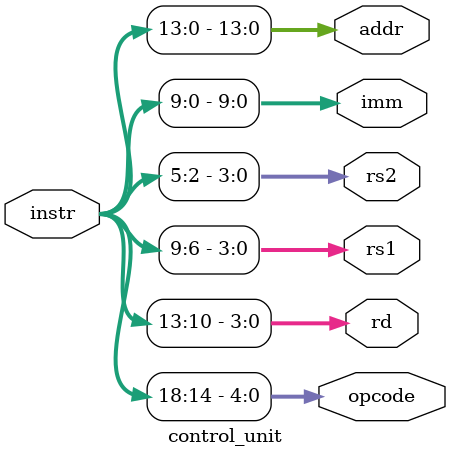
<source format=v>
module control_unit (
    input wire [18:0] instr,
    output reg [4:0] opcode,
    output reg [3:0] rd,
    output reg [3:0] rs1,
    output reg [3:0] rs2,
    output reg [9:0] imm,
    output reg [13:0] addr
);
    always @(*) begin
        opcode = instr[18:14];
        rd     = instr[13:10];
        rs1    = instr[9:6];
        rs2    = instr[5:2];
        imm    = instr[9:0];
        addr   = instr[13:0];
    end
endmodule 
</source>
